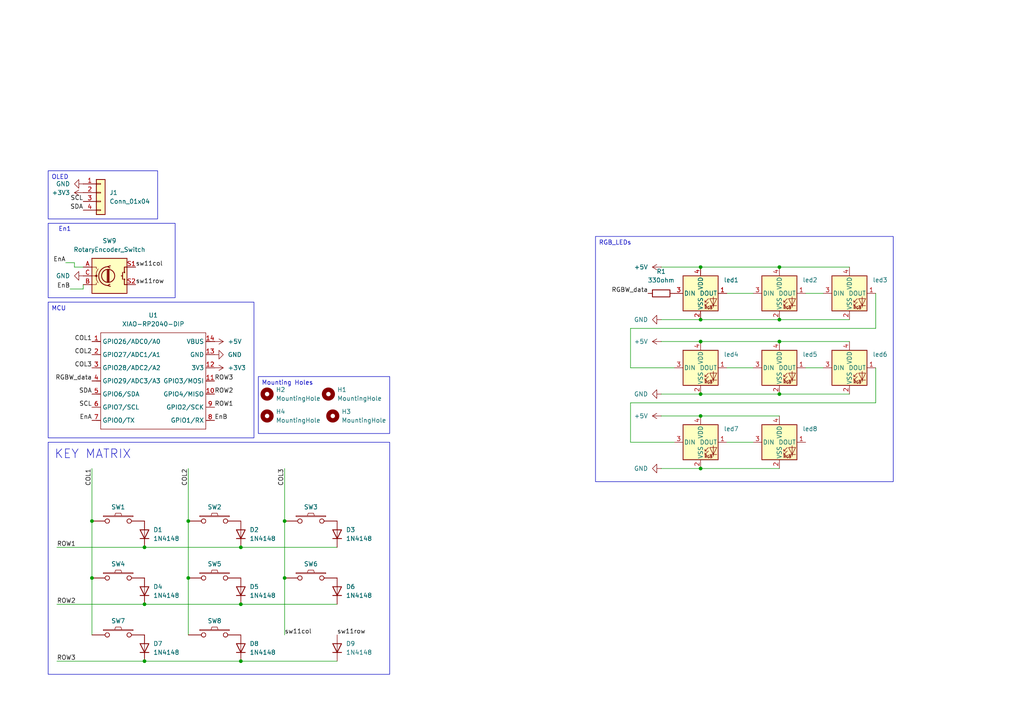
<source format=kicad_sch>
(kicad_sch (version 20250114) (generator "eeschema") (generator_version "9.0")
  (paper "A4")
  (lib_symbols
    (symbol "Connector_Generic:Conn_01x04" (pin_names (offset 1.016) (hide yes))
      (property "Reference" "J" (at 0 5.08 0))
      (property "Value" "Conn_01x04" (at 0 -7.62 0))
      (symbol "Conn_01x04_1_1"
        (rectangle (start -1.27 3.81) (end 1.27 -6.35) (stroke (width 0.254)) (fill (type background)))
        (rectangle (start -1.27 2.667) (end 0 2.413) (stroke (width 0.1524)))
        (rectangle (start -1.27 0.127) (end 0 -0.127) (stroke (width 0.1524)))
        (rectangle (start -1.27 -2.413) (end 0 -2.667) (stroke (width 0.1524)))
        (rectangle (start -1.27 -4.953) (end 0 -5.207) (stroke (width 0.1524)))
        (pin passive line (at -5.08 2.54 0) (length 3.81) (name "Pin_1") (number "1"))
        (pin passive line (at -5.08 0 0) (length 3.81) (name "Pin_2") (number "2"))
        (pin passive line (at -5.08 -2.54 0) (length 3.81) (name "Pin_3") (number "3"))
        (pin passive line (at -5.08 -5.08 0) (length 3.81) (name "Pin_4") (number "4"))
      )
    )
    (symbol "Device:R" (pin_numbers (hide yes)) (pin_names (offset 0))
      (property "Reference" "R" (at 2.032 0 90))
      (property "Value" "R" (at 0 0 90))
      (symbol "R_0_1"
        (rectangle (start -1.016 -2.54) (end 1.016 2.54) (stroke (width 0.254)))
      )
      (symbol "R_1_1"
        (pin passive line (at 0 3.81 270) (length 1.27) (name "~") (number "1"))
        (pin passive line (at 0 -3.81 90) (length 1.27) (name "~") (number "2"))
      )
    )
    (symbol "Device:RotaryEncoder_Switch" (pin_names (offset 0.254) (hide yes))
      (property "Reference" "SW" (at 0 6.604 0))
      (property "Value" "RotaryEncoder_Switch" (at 0 -6.604 0))
      (symbol "RotaryEncoder_Switch_0_1"
        (rectangle (start -5.08 5.08) (end 5.08 -5.08) (stroke (width 0.254)) (fill (type background)))
        (polyline (pts (xy -5.08 2.54) (xy -3.81 2.54) (xy -3.81 2.032)))
        (polyline (pts (xy -5.08 0) (xy -3.81 0) (xy -3.81 -1.016) (xy -3.302 -2.032)))
        (polyline (pts (xy -5.08 -2.54) (xy -3.81 -2.54) (xy -3.81 -2.032)))
        (polyline (pts (xy -4.318 0) (xy -3.81 0) (xy -3.81 1.016) (xy -3.302 2.032)))
        (circle (center -3.81 0) (radius 0.254) (fill (type outline)))
        (polyline (pts (xy -0.635 -1.778) (xy -0.635 1.778)) (stroke (width 0.254)))
        (circle (center -0.381 0) (radius 1.905) (stroke (width 0.254)))
        (polyline (pts (xy -0.381 -1.778) (xy -0.381 1.778)) (stroke (width 0.254)))
        (arc (start -0.381 -2.794) (mid -3.0988 -0.0635) (end -0.381 2.667) (stroke (width 0.254)))
        (polyline (pts (xy -0.127 1.778) (xy -0.127 -1.778)) (stroke (width 0.254)))
        (polyline (pts (xy 0.254 2.921) (xy -0.508 2.667) (xy 0.127 2.286)) (stroke (width 0.254)))
        (polyline (pts (xy 0.254 -3.048) (xy -0.508 -2.794) (xy 0.127 -2.413)) (stroke (width 0.254)))
        (polyline (pts (xy 3.81 1.016) (xy 3.81 -1.016)) (stroke (width 0.254)))
        (polyline (pts (xy 3.81 0) (xy 3.429 0)) (stroke (width 0.254)))
        (circle (center 4.318 1.016) (radius 0.127) (stroke (width 0.254)))
        (circle (center 4.318 -1.016) (radius 0.127) (stroke (width 0.254)))
        (polyline (pts (xy 5.08 2.54) (xy 4.318 2.54) (xy 4.318 1.016)) (stroke (width 0.254)))
        (polyline (pts (xy 5.08 -2.54) (xy 4.318 -2.54) (xy 4.318 -1.016)) (stroke (width 0.254)))
      )
      (symbol "RotaryEncoder_Switch_1_1"
        (pin passive line (at -7.62 2.54 0) (length 2.54) (name "A") (number "A"))
        (pin passive line (at -7.62 0 0) (length 2.54) (name "C") (number "C"))
        (pin passive line (at -7.62 -2.54 0) (length 2.54) (name "B") (number "B"))
        (pin passive line (at 7.62 2.54 180) (length 2.54) (name "S1") (number "S1"))
        (pin passive line (at 7.62 -2.54 180) (length 2.54) (name "S2") (number "S2"))
      )
    )
    (symbol "Diode:1N4148" (pin_numbers (hide yes)) (pin_names (hide yes))
      (property "Reference" "D" (at 0 2.54 0))
      (property "Value" "1N4148" (at 0 -2.54 0))
      (symbol "1N4148_0_1"
        (polyline (pts (xy -1.27 1.27) (xy -1.27 -1.27)) (stroke (width 0.254)))
        (polyline (pts (xy 1.27 1.27) (xy 1.27 -1.27) (xy -1.27 0) (xy 1.27 1.27)) (stroke (width 0.254)))
        (polyline (pts (xy 1.27 0) (xy -1.27 0)))
      )
      (symbol "1N4148_1_1"
        (pin passive line (at -3.81 0 0) (length 2.54) (name "K") (number "1"))
        (pin passive line (at 3.81 0 180) (length 2.54) (name "A") (number "2"))
      )
    )
    (symbol "Ians_symbols:keyswitch" (pin_numbers (hide yes)) (pin_names (offset 1.016) (hide yes))
      (property "Reference" "SW" (at 3.81 2.794 0))
      (property "Value" "keyswitch" (at 0 -2.032 0))
      (symbol "keyswitch_0_1"
        (rectangle (start -4.318 1.27) (end 4.318 1.524))
        (polyline (pts (xy -1.016 1.524) (xy -0.762 2.286) (xy 0.762 2.286) (xy 1.016 1.524)))
        (pin passive inverted (at -7.62 0 0) (length 5.08) (name "1") (number "1"))
        (pin passive inverted (at 7.62 0 180) (length 5.08) (name "2") (number "2"))
      )
    )
    (symbol "LED:SK6812MINI" (pin_names (offset 0.254))
      (property "Reference" "D" (at 5.08 5.715 0))
      (property "Value" "SK6812MINI" (at 1.27 -5.715 0))
      (symbol "SK6812MINI_0_0"
        (text "RGB" (at 2.286 -4.191 0) (effects (font (size 0.762 0.762))))
      )
      (symbol "SK6812MINI_0_1"
        (polyline (pts (xy 1.27 -2.54) (xy 1.778 -2.54)))
        (polyline (pts (xy 1.27 -3.556) (xy 1.778 -3.556)))
        (polyline (pts (xy 2.286 -1.524) (xy 1.27 -2.54) (xy 1.27 -2.032)))
        (polyline (pts (xy 2.286 -2.54) (xy 1.27 -3.556) (xy 1.27 -3.048)))
        (polyline (pts (xy 3.683 -1.016) (xy 3.683 -3.556) (xy 3.683 -4.064)))
        (polyline (pts (xy 4.699 -1.524) (xy 2.667 -1.524) (xy 3.683 -3.556) (xy 4.699 -1.524)))
        (polyline (pts (xy 4.699 -3.556) (xy 2.667 -3.556)))
        (rectangle (start 5.08 5.08) (end -5.08 -5.08) (stroke (width 0.254)) (fill (type background)))
      )
      (symbol "SK6812MINI_1_1"
        (pin input line (at -7.62 0 0) (length 2.54) (name "DIN") (number "3"))
        (pin power_in line (at 0 7.62 270) (length 2.54) (name "VDD") (number "4"))
        (pin power_in line (at 0 -7.62 90) (length 2.54) (name "VSS") (number "2"))
        (pin output line (at 7.62 0 180) (length 2.54) (name "DOUT") (number "1"))
      )
    )
    (symbol "Mechanical:MountingHole" (pin_names (offset 1.016)) (in_bom no)
      (property "Reference" "H" (at 0 5.08 0))
      (property "Value" "MountingHole" (at 0 3.175 0))
      (symbol "MountingHole_0_1"
        (circle (center 0 0) (radius 1.27) (stroke (width 1.27)))
      )
    )
    (symbol "OPL:XIAO-RP2040-DIP"
      (property "Reference" "U" (at 0 0 0))
      (property "Value" "XIAO-RP2040-DIP" (at 5.334 -1.778 0))
      (symbol "XIAO-RP2040-DIP_1_0"
        (polyline (pts (xy -1.27 -2.54) (xy 29.21 -2.54)) (stroke (width 0.1524)))
        (polyline (pts (xy -1.27 -5.08) (xy -2.54 -5.08)) (stroke (width 0.1524)))
        (polyline (pts (xy -1.27 -5.08) (xy -1.27 -2.54)) (stroke (width 0.1524)))
        (polyline (pts (xy -1.27 -8.89) (xy -2.54 -8.89)) (stroke (width 0.1524)))
        (polyline (pts (xy -1.27 -8.89) (xy -1.27 -5.08)) (stroke (width 0.1524)))
        (polyline (pts (xy -1.27 -12.7) (xy -2.54 -12.7)) (stroke (width 0.1524)))
        (polyline (pts (xy -1.27 -12.7) (xy -1.27 -8.89)) (stroke (width 0.1524)))
        (polyline (pts (xy -1.27 -16.51) (xy -2.54 -16.51)) (stroke (width 0.1524)))
        (polyline (pts (xy -1.27 -16.51) (xy -1.27 -12.7)) (stroke (width 0.1524)))
        (polyline (pts (xy -1.27 -20.32) (xy -2.54 -20.32)) (stroke (width 0.1524)))
        (polyline (pts (xy -1.27 -24.13) (xy -2.54 -24.13)) (stroke (width 0.1524)))
        (polyline (pts (xy -1.27 -27.94) (xy -2.54 -27.94)) (stroke (width 0.1524)))
        (polyline (pts (xy -1.27 -30.48) (xy -1.27 -16.51)) (stroke (width 0.1524)))
        (polyline (pts (xy 29.21 -2.54) (xy 29.21 -5.08)) (stroke (width 0.1524)))
        (polyline (pts (xy 29.21 -5.08) (xy 29.21 -8.89)) (stroke (width 0.1524)))
        (polyline (pts (xy 29.21 -8.89) (xy 29.21 -12.7)) (stroke (width 0.1524)))
        (polyline (pts (xy 29.21 -12.7) (xy 29.21 -30.48)) (stroke (width 0.1524)))
        (polyline (pts (xy 29.21 -30.48) (xy -1.27 -30.48)) (stroke (width 0.1524)))
        (polyline (pts (xy 30.48 -5.08) (xy 29.21 -5.08)) (stroke (width 0.1524)))
        (polyline (pts (xy 30.48 -8.89) (xy 29.21 -8.89)) (stroke (width 0.1524)))
        (polyline (pts (xy 30.48 -12.7) (xy 29.21 -12.7)) (stroke (width 0.1524)))
        (polyline (pts (xy 30.48 -16.51) (xy 29.21 -16.51)) (stroke (width 0.1524)))
        (polyline (pts (xy 30.48 -20.32) (xy 29.21 -20.32)) (stroke (width 0.1524)))
        (polyline (pts (xy 30.48 -24.13) (xy 29.21 -24.13)) (stroke (width 0.1524)))
        (polyline (pts (xy 30.48 -27.94) (xy 29.21 -27.94)) (stroke (width 0.1524)))
        (pin passive line (at -3.81 -5.08 0) (length 2.54) (name "GPIO26/ADC0/A0") (number "1"))
        (pin passive line (at -3.81 -8.89 0) (length 2.54) (name "GPIO27/ADC1/A1") (number "2"))
        (pin passive line (at -3.81 -12.7 0) (length 2.54) (name "GPIO28/ADC2/A2") (number "3"))
        (pin passive line (at -3.81 -16.51 0) (length 2.54) (name "GPIO29/ADC3/A3") (number "4"))
        (pin passive line (at -3.81 -20.32 0) (length 2.54) (name "GPIO6/SDA") (number "5"))
        (pin passive line (at -3.81 -24.13 0) (length 2.54) (name "GPIO7/SCL") (number "6"))
        (pin passive line (at -3.81 -27.94 0) (length 2.54) (name "GPIO0/TX") (number "7"))
        (pin passive line (at 31.75 -5.08 180) (length 2.54) (name "VBUS") (number "14"))
        (pin passive line (at 31.75 -8.89 180) (length 2.54) (name "GND") (number "13"))
        (pin passive line (at 31.75 -12.7 180) (length 2.54) (name "3V3") (number "12"))
        (pin passive line (at 31.75 -16.51 180) (length 2.54) (name "GPIO3/MOSI") (number "11"))
        (pin passive line (at 31.75 -20.32 180) (length 2.54) (name "GPIO4/MISO") (number "10"))
        (pin passive line (at 31.75 -24.13 180) (length 2.54) (name "GPIO2/SCK") (number "9"))
        (pin passive line (at 31.75 -27.94 180) (length 2.54) (name "GPIO1/RX") (number "8"))
      )
    )
    (symbol "power:+3V3" (power) (pin_numbers (hide yes)) (pin_names (offset 0) (hide yes))
      (property "Value" "+3V3" (at 0 3.556 0))
      (symbol "+3V3_0_1"
        (polyline (pts (xy -0.762 1.27) (xy 0 2.54)))
        (polyline (pts (xy 0 2.54) (xy 0.762 1.27)))
        (polyline (pts (xy 0 0) (xy 0 2.54)))
      )
      (symbol "+3V3_1_1"
        (pin power_in line (at 0 0 90) (length 0) (name "~") (number "1"))
      )
    )
    (symbol "power:+5V" (power) (pin_numbers (hide yes)) (pin_names (offset 0) (hide yes))
      (property "Value" "+5V" (at 0 3.556 0))
      (symbol "+5V_0_1"
        (polyline (pts (xy -0.762 1.27) (xy 0 2.54)))
        (polyline (pts (xy 0 2.54) (xy 0.762 1.27)))
        (polyline (pts (xy 0 0) (xy 0 2.54)))
      )
      (symbol "+5V_1_1"
        (pin power_in line (at 0 0 90) (length 0) (name "~") (number "1"))
      )
    )
    (symbol "power:GND" (power) (pin_numbers (hide yes)) (pin_names (offset 0) (hide yes))
      (property "Value" "GND" (at 0 -3.81 0))
      (symbol "GND_0_1"
        (polyline (pts (xy 0 0) (xy 0 -1.27) (xy 1.27 -1.27) (xy 0 -2.54) (xy -1.27 -1.27) (xy 0 -1.27)))
      )
      (symbol "GND_1_1"
        (pin power_in line (at 0 0 270) (length 0) (name "~") (number "1"))
      )
    )
  )
  (rectangle (start 13.97 128.27) (end 113.03 195.58))
  (rectangle (start 13.97 64.77) (end 50.8 86.36))
  (text "KEY MATRIX" (at 26.924 131.826 0) (effects (font (size 2.54 2.54))))
  (text "En1" (at 18.796 66.548 0) (effects (font (size 1.27 1.27))))
  (text_box "Mounting Holes" (at 74.93 109.22 0) (size 38.1 16.51) (margins 0.9525 0.9525 0.9525 0.9525) (effects (font (size 1.27 1.27)) (justify left top)))
  (text_box "MCU" (at 13.97 87.63 0) (size 59.69 39.37) (margins 0.9525 0.9525 0.9525 0.9525) (effects (font (size 1.27 1.27)) (justify left top)))
  (text_box "OLED" (at 13.97 49.53 0) (size 31.75 13.97) (margins 0.9525 0.9525 0.9525 0.9525) (effects (font (size 1.27 1.27)) (justify left top)))
  (text_box "RGB_LEDs" (at 172.72 68.58 0) (size 86.36 71.12) (margins 0.9525 0.9525 0.9525 0.9525) (effects (font (size 1.27 1.27)) (justify left top)))
  (junction (at 26.67 167.64))
  (junction (at 226.06 77.47))
  (junction (at 203.2 114.3))
  (junction (at 82.55 167.64))
  (junction (at 226.06 114.3))
  (junction (at 54.61 167.64))
  (junction (at 26.67 151.13))
  (junction (at 226.06 99.06))
  (junction (at 82.55 151.13))
  (junction (at 203.2 77.47))
  (junction (at 69.85 175.26))
  (junction (at 54.61 151.13))
  (junction (at 203.2 92.71))
  (junction (at 69.85 191.77))
  (junction (at 69.85 158.75))
  (junction (at 203.2 99.06))
  (junction (at 41.91 175.26))
  (junction (at 203.2 135.89))
  (junction (at 41.91 191.77))
  (junction (at 203.2 120.65))
  (junction (at 41.91 158.75))
  (junction (at 226.06 92.71))
  (wire (pts (xy 210.82 128.27) (xy 218.44 128.27)))
  (wire (pts (xy 16.51 158.75) (xy 41.91 158.75)))
  (wire (pts (xy 41.91 191.77) (xy 69.85 191.77)))
  (wire (pts (xy 226.06 77.47) (xy 246.38 77.47)))
  (wire (pts (xy 82.55 167.64) (xy 82.55 184.15)))
  (wire (pts (xy 19.05 76.2) (xy 21.59 76.2)))
  (wire (pts (xy 69.85 191.77) (xy 97.79 191.77)))
  (wire (pts (xy 69.85 175.26) (xy 97.79 175.26)))
  (wire (pts (xy 54.61 151.13) (xy 54.61 167.64)))
  (wire (pts (xy 226.06 114.3) (xy 246.38 114.3)))
  (wire (pts (xy 41.91 175.26) (xy 69.85 175.26)))
  (wire (pts (xy 226.06 92.71) (xy 246.38 92.71)))
  (wire (pts (xy 82.55 135.89) (xy 82.55 151.13)))
  (wire (pts (xy 203.2 135.89) (xy 226.06 135.89)))
  (wire (pts (xy 191.77 77.47) (xy 203.2 77.47)))
  (wire (pts (xy 21.59 77.47) (xy 24.13 77.47)))
  (wire (pts (xy 210.82 106.68) (xy 218.44 106.68)))
  (wire (pts (xy 210.82 85.09) (xy 218.44 85.09)))
  (wire (pts (xy 254 106.68) (xy 254 116.84)))
  (wire (pts (xy 233.68 106.68) (xy 238.76 106.68)))
  (wire (pts (xy 182.88 116.84) (xy 182.88 128.27)))
  (wire (pts (xy 26.67 135.89) (xy 26.67 151.13)))
  (wire (pts (xy 16.51 175.26) (xy 41.91 175.26)))
  (wire (pts (xy 24.13 83.82) (xy 24.13 82.55)))
  (wire (pts (xy 191.77 114.3) (xy 203.2 114.3)))
  (wire (pts (xy 226.06 99.06) (xy 246.38 99.06)))
  (wire (pts (xy 233.68 85.09) (xy 238.76 85.09)))
  (wire (pts (xy 203.2 114.3) (xy 226.06 114.3)))
  (wire (pts (xy 182.88 106.68) (xy 195.58 106.68)))
  (wire (pts (xy 54.61 135.89) (xy 54.61 151.13)))
  (wire (pts (xy 20.32 83.82) (xy 24.13 83.82)))
  (wire (pts (xy 203.2 77.47) (xy 226.06 77.47)))
  (wire (pts (xy 191.77 135.89) (xy 203.2 135.89)))
  (wire (pts (xy 82.55 151.13) (xy 82.55 167.64)))
  (wire (pts (xy 254 95.25) (xy 182.88 95.25)))
  (wire (pts (xy 203.2 120.65) (xy 226.06 120.65)))
  (wire (pts (xy 26.67 167.64) (xy 26.67 184.15)))
  (wire (pts (xy 203.2 92.71) (xy 226.06 92.71)))
  (wire (pts (xy 182.88 128.27) (xy 195.58 128.27)))
  (wire (pts (xy 41.91 158.75) (xy 69.85 158.75)))
  (wire (pts (xy 254 116.84) (xy 182.88 116.84)))
  (wire (pts (xy 182.88 95.25) (xy 182.88 106.68)))
  (wire (pts (xy 191.77 99.06) (xy 203.2 99.06)))
  (wire (pts (xy 191.77 120.65) (xy 203.2 120.65)))
  (wire (pts (xy 21.59 76.2) (xy 21.59 77.47)))
  (wire (pts (xy 54.61 167.64) (xy 54.61 184.15)))
  (wire (pts (xy 26.67 151.13) (xy 26.67 167.64)))
  (wire (pts (xy 16.51 191.77) (xy 41.91 191.77)))
  (wire (pts (xy 254 85.09) (xy 254 95.25)))
  (wire (pts (xy 203.2 99.06) (xy 226.06 99.06)))
  (wire (pts (xy 69.85 158.75) (xy 97.79 158.75)))
  (wire (pts (xy 191.77 92.71) (xy 203.2 92.71)))
  (label "COL1" (at 26.67 99.06 180))
  (label "RGBW_data" (at 26.67 110.49 180))
  (label "ROW2" (at 16.51 175.26 0))
  (label "sw11row" (at 97.79 184.15 0))
  (label "SCL" (at 24.13 58.42 180))
  (label "SCL" (at 26.67 118.11 180))
  (label "EnB" (at 62.23 121.92 0))
  (label "COL2" (at 26.67 102.87 180))
  (label "COL3" (at 82.55 135.89 270))
  (label "sw11row" (at 39.37 82.55 0))
  (label "EnA" (at 26.67 121.92 180))
  (label "ROW3" (at 62.23 110.49 0))
  (label "ROW3" (at 16.51 191.77 0))
  (label "COL3" (at 26.67 106.68 180))
  (label "sw11col" (at 82.55 184.15 0))
  (label "RGBW_data" (at 187.96 85.09 180))
  (label "ROW1" (at 16.51 158.75 0))
  (label "EnB" (at 20.32 83.82 180))
  (label "EnA" (at 19.05 76.2 180))
  (label "SDA" (at 26.67 114.3 180))
  (label "SDA" (at 24.13 60.96 180))
  (label "ROW1" (at 62.23 118.11 0))
  (label "COL1" (at 26.67 135.89 270))
  (label "COL2" (at 54.61 135.89 270))
  (label "ROW2" (at 62.23 114.3 0))
  (label "sw11col" (at 39.37 77.47 0))
  (symbol (lib_id "power:+5V") (at 62.23 99.06 270) (unit 1)
    (property "Reference" "#PWR01" (effects (hide yes)))
    (property "Value" "+5V" (at 66.04 99.0599 90) (effects (justify left)))
    (property "Description" "Power symbol creates a global label with name \"+5V\"" (effects (hide yes)))
  )
  (symbol (lib_id "Diode:1N4148") (at 41.91 171.45 90) (unit 1)
    (property "Reference" "D4" (at 44.45 170.1799 90) (effects (justify right)))
    (property "Value" "1N4148" (at 44.45 172.7199 90) (effects (justify right)))
    (property "Footprint" "Diode_THT:D_DO-35_SOD27_P7.62mm_Horizontal" (effects (hide yes)))
    (property "Datasheet" "https://assets.nexperia.com/documents/data-sheet/1N4148_1N4448.pdf" (effects (hide yes)))
    (property "Description" "100V 0.15A standard switching diode, DO-35" (effects (hide yes)))
    (property "Sim.Device" "D" (effects (hide yes)))
    (property "Sim.Pins" "1=K 2=A" (effects (hide yes)))
  )
  (symbol (lib_id "Diode:1N4148") (at 41.91 154.94 90) (unit 1)
    (property "Reference" "D1" (at 44.45 153.6699 90) (effects (justify right)))
    (property "Value" "1N4148" (at 44.45 156.2099 90) (effects (justify right)))
    (property "Footprint" "Diode_THT:D_DO-35_SOD27_P7.62mm_Horizontal" (effects (hide yes)))
    (property "Datasheet" "https://assets.nexperia.com/documents/data-sheet/1N4148_1N4448.pdf" (effects (hide yes)))
    (property "Description" "100V 0.15A standard switching diode, DO-35" (effects (hide yes)))
    (property "Sim.Device" "D" (effects (hide yes)))
    (property "Sim.Pins" "1=K 2=A" (effects (hide yes)))
  )
  (symbol (lib_id "Ians_symbols:keyswitch") (at 62.23 167.64 0) (mirror y) (unit 1)
    (property "Reference" "SW5" (at 62.23 163.576 0))
    (property "Value" "keyswitch" (effects (hide yes)))
    (property "Footprint" "Button_Switch_Keyboard:SW_Cherry_MX_1.00u_PCB" (effects (hide yes)))
    (property "DigiKey Part Number" "MX2A-11NA" (effects (hide yes)))
  )
  (symbol (lib_id "Diode:1N4148") (at 41.91 187.96 90) (unit 1)
    (property "Reference" "D7" (at 44.45 186.6899 90) (effects (justify right)))
    (property "Value" "1N4148" (at 44.45 189.2299 90) (effects (justify right)))
    (property "Footprint" "Diode_THT:D_DO-35_SOD27_P7.62mm_Horizontal" (effects (hide yes)))
    (property "Datasheet" "https://assets.nexperia.com/documents/data-sheet/1N4148_1N4448.pdf" (effects (hide yes)))
    (property "Description" "100V 0.15A standard switching diode, DO-35" (effects (hide yes)))
    (property "Sim.Device" "D" (effects (hide yes)))
    (property "Sim.Pins" "1=K 2=A" (effects (hide yes)))
  )
  (symbol (lib_id "LED:SK6812MINI") (at 203.2 85.09 0) (unit 1)
    (property "Reference" "led1" (at 212.09 81.2098 0))
    (property "Value" "SK6812MINI" (effects (hide yes)))
    (property "Footprint" "custem_file:MX_SK6812MINI-E_REV" (effects (hide yes)))
    (property "Datasheet" "https://cdn-shop.adafruit.com/product-files/2686/SK6812MINI_REV.01-1-2.pdf" (effects (hide yes)))
    (property "Description" "RGB LED with integrated controller" (effects (hide yes)))
  )
  (symbol (lib_id "Diode:1N4148") (at 69.85 187.96 90) (unit 1)
    (property "Reference" "D8" (at 72.39 186.6899 90) (effects (justify right)))
    (property "Value" "1N4148" (at 72.39 189.2299 90) (effects (justify right)))
    (property "Footprint" "Diode_THT:D_DO-35_SOD27_P7.62mm_Horizontal" (effects (hide yes)))
    (property "Datasheet" "https://assets.nexperia.com/documents/data-sheet/1N4148_1N4448.pdf" (effects (hide yes)))
    (property "Description" "100V 0.15A standard switching diode, DO-35" (effects (hide yes)))
    (property "Sim.Device" "D" (effects (hide yes)))
    (property "Sim.Pins" "1=K 2=A" (effects (hide yes)))
  )
  (symbol (lib_id "power:+5V") (at 191.77 99.06 90) (unit 1)
    (property "Reference" "#PWR05" (effects (hide yes)))
    (property "Value" "+5V" (at 187.96 99.0599 90) (effects (justify left)))
    (property "Description" "Power symbol creates a global label with name \"+5V\"" (effects (hide yes)))
  )
  (symbol (lib_id "Mechanical:MountingHole") (at 77.47 114.3 0) (unit 1) (in_bom no)
    (property "Reference" "H2" (at 80.01 113.0299 0) (effects (justify left)))
    (property "Value" "MountingHole" (at 80.01 115.5699 0) (effects (justify left)))
    (property "Footprint" "MountingHole:MountingHole_3.2mm_M3" (effects (hide yes)))
    (property "Description" "Mounting Hole without connection" (effects (hide yes)))
  )
  (symbol (lib_id "power:GND") (at 191.77 92.71 270) (unit 1)
    (property "Reference" "#PWR011" (effects (hide yes)))
    (property "Value" "GND" (at 187.96 92.7099 90) (effects (justify right)))
    (property "Description" "Power symbol creates a global label with name \"GND\" , ground" (effects (hide yes)))
  )
  (symbol (lib_id "Diode:1N4148") (at 97.79 171.45 90) (unit 1)
    (property "Reference" "D6" (at 100.33 170.1799 90) (effects (justify right)))
    (property "Value" "1N4148" (at 100.33 172.7199 90) (effects (justify right)))
    (property "Footprint" "Diode_THT:D_DO-35_SOD27_P7.62mm_Horizontal" (effects (hide yes)))
    (property "Datasheet" "https://assets.nexperia.com/documents/data-sheet/1N4148_1N4448.pdf" (effects (hide yes)))
    (property "Description" "100V 0.15A standard switching diode, DO-35" (effects (hide yes)))
    (property "Sim.Device" "D" (effects (hide yes)))
    (property "Sim.Pins" "1=K 2=A" (effects (hide yes)))
  )
  (symbol (lib_id "power:GND") (at 191.77 135.89 270) (unit 1)
    (property "Reference" "#PWR012" (effects (hide yes)))
    (property "Value" "GND" (at 187.96 135.8899 90) (effects (justify right)))
    (property "Description" "Power symbol creates a global label with name \"GND\" , ground" (effects (hide yes)))
  )
  (symbol (lib_id "LED:SK6812MINI") (at 246.38 85.09 0) (unit 1)
    (property "Reference" "led3" (at 255.27 81.2098 0))
    (property "Value" "SK6812MINI" (effects (hide yes)))
    (property "Footprint" "custem_file:MX_SK6812MINI-E_REV" (effects (hide yes)))
    (property "Datasheet" "https://cdn-shop.adafruit.com/product-files/2686/SK6812MINI_REV.01-1-2.pdf" (effects (hide yes)))
    (property "Description" "RGB LED with integrated controller" (effects (hide yes)))
  )
  (symbol (lib_id "power:GND") (at 24.13 53.34 270) (unit 1)
    (property "Reference" "#PWR07" (effects (hide yes)))
    (property "Value" "GND" (at 20.32 53.3399 90) (effects (justify right)))
    (property "Description" "Power symbol creates a global label with name \"GND\" , ground" (effects (hide yes)))
  )
  (symbol (lib_id "Device:R") (at 191.77 85.09 90) (unit 1)
    (property "Reference" "R1" (at 191.77 78.74 90))
    (property "Value" "330ohm" (at 191.77 81.28 90))
    (property "Footprint" "Resistor_THT:R_Axial_DIN0204_L3.6mm_D1.6mm_P5.08mm_Horizontal" (effects (hide yes)))
    (property "Description" "Resistor" (effects (hide yes)))
  )
  (symbol (lib_id "Device:RotaryEncoder_Switch") (at 31.75 80.01 0) (unit 1)
    (property "Reference" "SW9" (at 31.75 69.85 0))
    (property "Value" "RotaryEncoder_Switch" (at 31.75 72.39 0))
    (property "Footprint" "Rotary_Encoder:RotaryEncoder_Alps_EC11E-Switch_Vertical_H20mm" (effects (hide yes)))
    (property "Description" "Rotary encoder, dual channel, incremental quadrate outputs, with switch" (effects (hide yes)))
  )
  (symbol (lib_id "Mechanical:MountingHole") (at 77.47 120.65 0) (unit 1) (in_bom no)
    (property "Reference" "H4" (at 80.01 119.3799 0) (effects (justify left)))
    (property "Value" "MountingHole" (at 80.01 121.9199 0) (effects (justify left)))
    (property "Footprint" "MountingHole:MountingHole_3.2mm_M3" (effects (hide yes)))
    (property "Description" "Mounting Hole without connection" (effects (hide yes)))
  )
  (symbol (lib_id "Ians_symbols:keyswitch") (at 90.17 151.13 0) (mirror y) (unit 1)
    (property "Reference" "SW3" (at 90.17 147.066 0))
    (property "Value" "keyswitch" (effects (hide yes)))
    (property "Footprint" "Button_Switch_Keyboard:SW_Cherry_MX_1.00u_PCB" (effects (hide yes)))
    (property "DigiKey Part Number" "MX2A-11NA" (effects (hide yes)))
  )
  (symbol (lib_id "power:GND") (at 24.13 80.01 270) (unit 1)
    (property "Reference" "#PWR04" (effects (hide yes)))
    (property "Value" "GND" (at 20.32 80.0099 90) (effects (justify right)))
    (property "Description" "Power symbol creates a global label with name \"GND\" , ground" (effects (hide yes)))
  )
  (symbol (lib_id "power:+3V3") (at 24.13 55.88 90) (unit 1)
    (property "Reference" "#PWR08" (effects (hide yes)))
    (property "Value" "+3V3" (at 20.32 55.8799 90) (effects (justify left)))
    (property "Description" "Power symbol creates a global label with name \"+3V3\"" (effects (hide yes)))
  )
  (symbol (lib_id "Ians_symbols:keyswitch") (at 34.29 167.64 0) (mirror y) (unit 1)
    (property "Reference" "SW4" (at 34.29 163.576 0))
    (property "Value" "keyswitch" (effects (hide yes)))
    (property "Footprint" "Button_Switch_Keyboard:SW_Cherry_MX_1.00u_PCB" (effects (hide yes)))
    (property "DigiKey Part Number" "MX2A-11NA" (effects (hide yes)))
  )
  (symbol (lib_id "Diode:1N4148") (at 97.79 154.94 90) (unit 1)
    (property "Reference" "D3" (at 100.33 153.6699 90) (effects (justify right)))
    (property "Value" "1N4148" (at 100.33 156.2099 90) (effects (justify right)))
    (property "Footprint" "Diode_THT:D_DO-35_SOD27_P7.62mm_Horizontal" (effects (hide yes)))
    (property "Datasheet" "https://assets.nexperia.com/documents/data-sheet/1N4148_1N4448.pdf" (effects (hide yes)))
    (property "Description" "100V 0.15A standard switching diode, DO-35" (effects (hide yes)))
    (property "Sim.Device" "D" (effects (hide yes)))
    (property "Sim.Pins" "1=K 2=A" (effects (hide yes)))
  )
  (symbol (lib_id "LED:SK6812MINI") (at 246.38 106.68 0) (unit 1)
    (property "Reference" "led6" (at 255.27 102.7998 0))
    (property "Value" "SK6812MINI" (effects (hide yes)))
    (property "Footprint" "custem_file:MX_SK6812MINI-E_REV" (effects (hide yes)))
    (property "Datasheet" "https://cdn-shop.adafruit.com/product-files/2686/SK6812MINI_REV.01-1-2.pdf" (effects (hide yes)))
    (property "Description" "RGB LED with integrated controller" (effects (hide yes)))
  )
  (symbol (lib_id "power:+3V3") (at 62.23 106.68 270) (unit 1)
    (property "Reference" "#PWR03" (effects (hide yes)))
    (property "Value" "+3V3" (at 66.04 106.6799 90) (effects (justify left)))
    (property "Description" "Power symbol creates a global label with name \"+3V3\"" (effects (hide yes)))
  )
  (symbol (lib_id "power:GND") (at 191.77 114.3 270) (unit 1)
    (property "Reference" "#PWR06" (effects (hide yes)))
    (property "Value" "GND" (at 187.96 114.2999 90) (effects (justify right)))
    (property "Description" "Power symbol creates a global label with name \"GND\" , ground" (effects (hide yes)))
  )
  (symbol (lib_id "power:GND") (at 62.23 102.87 90) (unit 1)
    (property "Reference" "#PWR02" (effects (hide yes)))
    (property "Value" "GND" (at 66.04 102.8699 90) (effects (justify right)))
    (property "Description" "Power symbol creates a global label with name \"GND\" , ground" (effects (hide yes)))
  )
  (symbol (lib_id "LED:SK6812MINI") (at 226.06 85.09 0) (unit 1)
    (property "Reference" "led2" (at 234.95 81.2098 0))
    (property "Value" "SK6812MINI" (effects (hide yes)))
    (property "Footprint" "custem_file:MX_SK6812MINI-E_REV" (effects (hide yes)))
    (property "Datasheet" "https://cdn-shop.adafruit.com/product-files/2686/SK6812MINI_REV.01-1-2.pdf" (effects (hide yes)))
    (property "Description" "RGB LED with integrated controller" (effects (hide yes)))
  )
  (symbol (lib_id "LED:SK6812MINI") (at 226.06 128.27 0) (unit 1)
    (property "Reference" "led8" (at 234.95 124.3898 0))
    (property "Value" "SK6812MINI" (effects (hide yes)))
    (property "Footprint" "custem_file:MX_SK6812MINI-E_REV" (effects (hide yes)))
    (property "Datasheet" "https://cdn-shop.adafruit.com/product-files/2686/SK6812MINI_REV.01-1-2.pdf" (effects (hide yes)))
    (property "Description" "RGB LED with integrated controller" (effects (hide yes)))
  )
  (symbol (lib_id "power:+5V") (at 191.77 120.65 90) (unit 1)
    (property "Reference" "#PWR09" (effects (hide yes)))
    (property "Value" "+5V" (at 187.96 120.6499 90) (effects (justify left)))
    (property "Description" "Power symbol creates a global label with name \"+5V\"" (effects (hide yes)))
  )
  (symbol (lib_id "Ians_symbols:keyswitch") (at 62.23 184.15 0) (mirror y) (unit 1)
    (property "Reference" "SW8" (at 62.23 180.086 0))
    (property "Value" "keyswitch" (effects (hide yes)))
    (property "Footprint" "Button_Switch_Keyboard:SW_Cherry_MX_1.00u_PCB" (effects (hide yes)))
    (property "DigiKey Part Number" "MX2A-11NA" (effects (hide yes)))
  )
  (symbol (lib_id "Mechanical:MountingHole") (at 95.25 114.3 0) (unit 1) (in_bom no)
    (property "Reference" "H1" (at 97.79 113.0299 0) (effects (justify left)))
    (property "Value" "MountingHole" (at 97.79 115.5699 0) (effects (justify left)))
    (property "Footprint" "MountingHole:MountingHole_3.2mm_M3" (effects (hide yes)))
    (property "Description" "Mounting Hole without connection" (effects (hide yes)))
  )
  (symbol (lib_id "Connector_Generic:Conn_01x04") (at 29.21 55.88 0) (unit 1)
    (property "Reference" "J1" (at 31.75 55.8799 0) (effects (justify left)))
    (property "Value" "Conn_01x04" (at 31.75 58.4199 0) (effects (justify left)))
    (property "Footprint" "custem_file:SSD1306-0.91-OLED-4pin-128x32" (effects (hide yes)))
    (property "Description" "Generic connector, single row, 01x04, script generated (kicad-library-utils/schlib/autogen/connector/)" (effects (hide yes)))
  )
  (symbol (lib_id "LED:SK6812MINI") (at 203.2 106.68 0) (unit 1)
    (property "Reference" "led4" (at 212.09 102.7998 0))
    (property "Value" "SK6812MINI" (effects (hide yes)))
    (property "Footprint" "custem_file:MX_SK6812MINI-E_REV" (effects (hide yes)))
    (property "Datasheet" "https://cdn-shop.adafruit.com/product-files/2686/SK6812MINI_REV.01-1-2.pdf" (effects (hide yes)))
    (property "Description" "RGB LED with integrated controller" (effects (hide yes)))
  )
  (symbol (lib_id "Ians_symbols:keyswitch") (at 62.23 151.13 0) (mirror y) (unit 1)
    (property "Reference" "SW2" (at 62.23 147.066 0))
    (property "Value" "keyswitch" (effects (hide yes)))
    (property "Footprint" "Button_Switch_Keyboard:SW_Cherry_MX_1.00u_PCB" (effects (hide yes)))
    (property "DigiKey Part Number" "MX2A-11NA" (effects (hide yes)))
  )
  (symbol (lib_id "OPL:XIAO-RP2040-DIP") (at 30.48 93.98 0) (unit 1)
    (property "Reference" "U1" (at 44.45 91.44 0))
    (property "Value" "XIAO-RP2040-DIP" (at 44.45 93.98 0))
    (property "Footprint" "OPL:XIAO-RP2040-DIP" (effects (hide yes)))
  )
  (symbol (lib_id "Diode:1N4148") (at 97.79 187.96 90) (unit 1)
    (property "Reference" "D9" (at 100.33 186.6899 90) (effects (justify right)))
    (property "Value" "1N4148" (at 100.33 189.2299 90) (effects (justify right)))
    (property "Footprint" "Diode_THT:D_DO-35_SOD27_P7.62mm_Horizontal" (effects (hide yes)))
    (property "Datasheet" "https://assets.nexperia.com/documents/data-sheet/1N4148_1N4448.pdf" (effects (hide yes)))
    (property "Description" "100V 0.15A standard switching diode, DO-35" (effects (hide yes)))
    (property "Sim.Device" "D" (effects (hide yes)))
    (property "Sim.Pins" "1=K 2=A" (effects (hide yes)))
  )
  (symbol (lib_id "Ians_symbols:keyswitch") (at 34.29 184.15 0) (mirror y) (unit 1)
    (property "Reference" "SW7" (at 34.29 180.086 0))
    (property "Value" "keyswitch" (effects (hide yes)))
    (property "Footprint" "Button_Switch_Keyboard:SW_Cherry_MX_1.00u_PCB" (effects (hide yes)))
    (property "DigiKey Part Number" "MX2A-11NA" (effects (hide yes)))
  )
  (symbol (lib_id "Diode:1N4148") (at 69.85 154.94 90) (unit 1)
    (property "Reference" "D2" (at 72.39 153.6699 90) (effects (justify right)))
    (property "Value" "1N4148" (at 72.39 156.2099 90) (effects (justify right)))
    (property "Footprint" "Diode_THT:D_DO-35_SOD27_P7.62mm_Horizontal" (effects (hide yes)))
    (property "Datasheet" "https://assets.nexperia.com/documents/data-sheet/1N4148_1N4448.pdf" (effects (hide yes)))
    (property "Description" "100V 0.15A standard switching diode, DO-35" (effects (hide yes)))
    (property "Sim.Device" "D" (effects (hide yes)))
    (property "Sim.Pins" "1=K 2=A" (effects (hide yes)))
  )
  (symbol (lib_id "Ians_symbols:keyswitch") (at 34.29 151.13 0) (mirror y) (unit 1)
    (property "Reference" "SW1" (at 34.29 147.066 0))
    (property "Value" "keyswitch" (effects (hide yes)))
    (property "Footprint" "Button_Switch_Keyboard:SW_Cherry_MX_1.00u_PCB" (effects (hide yes)))
    (property "DigiKey Part Number" "MX2A-11NA" (effects (hide yes)))
  )
  (symbol (lib_id "LED:SK6812MINI") (at 226.06 106.68 0) (unit 1)
    (property "Reference" "led5" (at 234.95 102.7998 0))
    (property "Value" "SK6812MINI" (effects (hide yes)))
    (property "Footprint" "custem_file:MX_SK6812MINI-E_REV" (effects (hide yes)))
    (property "Datasheet" "https://cdn-shop.adafruit.com/product-files/2686/SK6812MINI_REV.01-1-2.pdf" (effects (hide yes)))
    (property "Description" "RGB LED with integrated controller" (effects (hide yes)))
  )
  (symbol (lib_id "Mechanical:MountingHole") (at 96.52 120.65 0) (unit 1) (in_bom no)
    (property "Reference" "H3" (at 99.06 119.3799 0) (effects (justify left)))
    (property "Value" "MountingHole" (at 99.06 121.9199 0) (effects (justify left)))
    (property "Footprint" "MountingHole:MountingHole_3.2mm_M3" (effects (hide yes)))
    (property "Description" "Mounting Hole without connection" (effects (hide yes)))
  )
  (symbol (lib_id "Ians_symbols:keyswitch") (at 90.17 167.64 0) (mirror y) (unit 1)
    (property "Reference" "SW6" (at 90.17 163.576 0))
    (property "Value" "keyswitch" (effects (hide yes)))
    (property "Footprint" "Button_Switch_Keyboard:SW_Cherry_MX_1.00u_PCB" (effects (hide yes)))
    (property "DigiKey Part Number" "MX2A-11NA" (effects (hide yes)))
  )
  (symbol (lib_id "Diode:1N4148") (at 69.85 171.45 90) (unit 1)
    (property "Reference" "D5" (at 72.39 170.1799 90) (effects (justify right)))
    (property "Value" "1N4148" (at 72.39 172.7199 90) (effects (justify right)))
    (property "Footprint" "Diode_THT:D_DO-35_SOD27_P7.62mm_Horizontal" (effects (hide yes)))
    (property "Datasheet" "https://assets.nexperia.com/documents/data-sheet/1N4148_1N4448.pdf" (effects (hide yes)))
    (property "Description" "100V 0.15A standard switching diode, DO-35" (effects (hide yes)))
    (property "Sim.Device" "D" (effects (hide yes)))
    (property "Sim.Pins" "1=K 2=A" (effects (hide yes)))
  )
  (symbol (lib_id "power:+5V") (at 191.77 77.47 90) (unit 1)
    (property "Reference" "#PWR010" (effects (hide yes)))
    (property "Value" "+5V" (at 187.96 77.4699 90) (effects (justify left)))
    (property "Description" "Power symbol creates a global label with name \"+5V\"" (effects (hide yes)))
  )
  (symbol (lib_id "LED:SK6812MINI") (at 203.2 128.27 0) (unit 1)
    (property "Reference" "led7" (at 212.09 124.3898 0))
    (property "Value" "SK6812MINI" (effects (hide yes)))
    (property "Footprint" "custem_file:MX_SK6812MINI-E_REV" (effects (hide yes)))
    (property "Datasheet" "https://cdn-shop.adafruit.com/product-files/2686/SK6812MINI_REV.01-1-2.pdf" (effects (hide yes)))
    (property "Description" "RGB LED with integrated controller" (effects (hide yes)))
  )
)
</source>
